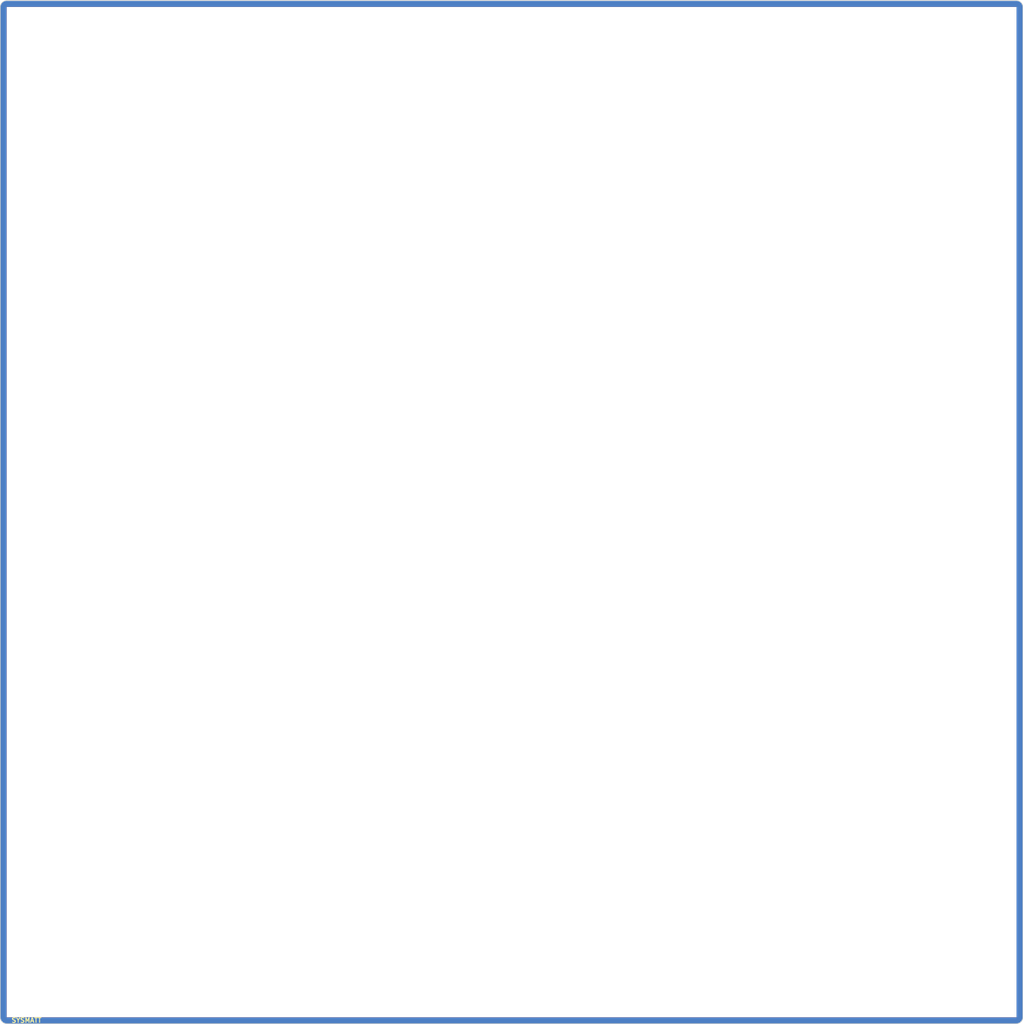
<source format=kicad_pcb>
(kicad_pcb (version 20221018) (generator pcbnew)

  (general
    (thickness 1.6)
  )

  (paper "A4")
  (layers
    (0 "F.Cu" signal)
    (31 "B.Cu" signal)
    (32 "B.Adhes" user "B.Adhesive")
    (33 "F.Adhes" user "F.Adhesive")
    (34 "B.Paste" user)
    (35 "F.Paste" user)
    (36 "B.SilkS" user "B.Silkscreen")
    (37 "F.SilkS" user "F.Silkscreen")
    (38 "B.Mask" user)
    (39 "F.Mask" user)
    (40 "Dwgs.User" user "User.Drawings")
    (41 "Cmts.User" user "User.Comments")
    (42 "Eco1.User" user "User.Eco1")
    (43 "Eco2.User" user "User.Eco2")
    (44 "Edge.Cuts" user)
    (45 "Margin" user)
    (46 "B.CrtYd" user "B.Courtyard")
    (47 "F.CrtYd" user "F.Courtyard")
    (48 "B.Fab" user)
    (49 "F.Fab" user)
    (50 "User.1" user)
    (51 "User.2" user)
    (52 "User.3" user)
    (53 "User.4" user)
    (54 "User.5" user)
    (55 "User.6" user)
    (56 "User.7" user)
    (57 "User.8" user)
    (58 "User.9" user)
  )

  (setup
    (pad_to_mask_clearance 0)
    (pcbplotparams
      (layerselection 0x00010fc_ffffffff)
      (plot_on_all_layers_selection 0x0000000_00000000)
      (disableapertmacros false)
      (usegerberextensions true)
      (usegerberattributes false)
      (usegerberadvancedattributes false)
      (creategerberjobfile false)
      (dashed_line_dash_ratio 12.000000)
      (dashed_line_gap_ratio 3.000000)
      (svgprecision 4)
      (plotframeref false)
      (viasonmask false)
      (mode 1)
      (useauxorigin false)
      (hpglpennumber 1)
      (hpglpenspeed 20)
      (hpglpendiameter 15.000000)
      (dxfpolygonmode true)
      (dxfimperialunits true)
      (dxfusepcbnewfont true)
      (psnegative false)
      (psa4output false)
      (plotreference true)
      (plotvalue false)
      (plotinvisibletext false)
      (sketchpadsonfab false)
      (subtractmaskfromsilk false)
      (outputformat 1)
      (mirror false)
      (drillshape 0)
      (scaleselection 1)
      (outputdirectory "SYSMATT-WS2812-MATRIX-CARRIER-DIFFUSER")
    )
  )

  (net 0 "")

  (gr_rect (start 20 20) (end 180 180)
    (stroke (width 0.15) (type solid)) (fill solid) (layer "B.Mask") (tstamp 023a591f-b3df-4f0d-ac40-1d7b6f22b38a))
  (gr_rect (start 20 20) (end 180 180)
    (stroke (width 0.15) (type solid)) (fill solid) (layer "F.Mask") (tstamp 042027a6-a907-4478-aa1c-5f02b72e5a6f))
  (gr_line (start 180 180) (end 180 20)
    (stroke (width 0.1) (type default)) (layer "Cmts.User") (tstamp 308531b0-e615-47b9-8c34-41e21fcd3854))
  (gr_line (start 20 20) (end 20 180)
    (stroke (width 0.1) (type default)) (layer "Cmts.User") (tstamp 65f984e9-57a7-42b8-9885-e67b5029da2d))
  (gr_line (start 180 20) (end 20 20)
    (stroke (width 0.1) (type default)) (layer "Cmts.User") (tstamp a078f9d9-89b3-4872-8493-647774d1f5de))
  (gr_line (start 20 180) (end 180 180)
    (stroke (width 0.1) (type default)) (layer "Cmts.User") (tstamp fc0d1204-cfee-4a4a-8240-ca61c86f33fd))
  (gr_arc (start 19 20) (mid 19.292893 19.292893) (end 20 19)
    (stroke (width 0.1) (type default)) (layer "Edge.Cuts") (tstamp 01948e55-2da1-4d80-85ff-78988e2931e9))
  (gr_line (start 20 181) (end 180 181)
    (stroke (width 0.1) (type default)) (layer "Edge.Cuts") (tstamp 18ad200d-2399-4dbe-a534-ad75cdb2856d))
  (gr_arc (start 20 181) (mid 19.292893 180.707107) (end 19 180)
    (stroke (width 0.1) (type default)) (layer "Edge.Cuts") (tstamp 1ac26018-765b-4a0f-8b11-68a3db97f1ce))
  (gr_line (start 181 180) (end 181 20)
    (stroke (width 0.1) (type default)) (layer "Edge.Cuts") (tstamp 1f310c0c-8cfa-4bbb-b3fe-91f3dbe75dff))
  (gr_arc (start 180 19) (mid 180.707107 19.292893) (end 181 20)
    (stroke (width 0.1) (type default)) (layer "Edge.Cuts") (tstamp 982295da-eeae-4f41-9d9e-9c97b1b14dd7))
  (gr_arc (start 181 180) (mid 180.707107 180.707107) (end 180 181)
    (stroke (width 0.1) (type default)) (layer "Edge.Cuts") (tstamp b6c6b91f-617c-454b-97df-3408fcaa7642))
  (gr_line (start 180 19) (end 20 19)
    (stroke (width 0.1) (type default)) (layer "Edge.Cuts") (tstamp b8eab0e1-69be-416b-b529-6a2d3c905458))
  (gr_line (start 19 20) (end 19 180)
    (stroke (width 0.1) (type default)) (layer "Edge.Cuts") (tstamp d34ae0be-a35c-4156-a22e-24b25186807b))
  (gr_text "SYSMATT" (at 20.7 180.9) (layer "F.SilkS") (tstamp f93a03bf-2ac1-4aab-8ecf-bbace2246f1f)
    (effects (font (size 0.75 0.75) (thickness 0.15)) (justify left bottom))
  )

  (zone (net 0) (net_name "") (layers "F&B.Cu") (tstamp d1360e60-5d9d-4a98-886b-446272fc157d) (hatch edge 0.5)
    (connect_pads (clearance 0.5))
    (min_thickness 0.25) (filled_areas_thickness no)
    (fill yes (thermal_gap 0.5) (thermal_bridge_width 0.5) (island_removal_mode 1) (island_area_min 10))
    (polygon
      (pts
        (xy 19 18.9)
        (xy 181 19)
        (xy 181 181)
        (xy 19 181)
      )
    )
    (filled_polygon
      (layer "F.Cu")
      (island)
      (pts
        (xy 180.002695 19.000735)
        (xy 180.045519 19.004482)
        (xy 180.171771 19.016918)
        (xy 180.191685 19.020541)
        (xy 180.258349 19.038403)
        (xy 180.35157 19.066682)
        (xy 180.367971 19.072958)
        (xy 180.435411 19.104406)
        (xy 180.438375 19.105888)
        (xy 180.475969 19.125982)
        (xy 180.522327 19.150762)
        (xy 180.528667 19.154657)
        (xy 180.594828 19.200983)
        (xy 180.5986 19.203844)
        (xy 180.670808 19.263103)
        (xy 180.675309 19.267182)
        (xy 180.732815 19.324688)
        (xy 180.736895 19.32919)
        (xy 180.796154 19.401398)
        (xy 180.799015 19.40517)
        (xy 180.845341 19.471331)
        (xy 180.849236 19.477671)
        (xy 180.894101 19.561605)
        (xy 180.895614 19.564631)
        (xy 180.92704 19.632027)
        (xy 180.933319 19.648435)
        (xy 180.961601 19.741669)
        (xy 180.979454 19.808299)
        (xy 180.983082 19.828238)
        (xy 180.995523 19.954554)
        (xy 180.999264 19.997302)
        (xy 180.9995 20.00271)
        (xy 180.9995 179.997289)
        (xy 180.999264 180.002697)
        (xy 180.995523 180.045445)
        (xy 180.983082 180.17176)
        (xy 180.979454 180.191699)
        (xy 180.961601 180.25833)
        (xy 180.933318 180.351563)
        (xy 180.92704 180.367971)
        (xy 180.895614 180.435367)
        (xy 180.894101 180.438393)
        (xy 180.849236 180.522327)
        (xy 180.845341 180.528667)
        (xy 180.799015 180.594828)
        (xy 180.796154 180.5986)
        (xy 180.736895 180.670808)
        (xy 180.732806 180.67532)
        (xy 180.67532 180.732806)
        (xy 180.670808 180.736895)
        (xy 180.5986 180.796154)
        (xy 180.594828 180.799015)
        (xy 180.528667 180.845341)
        (xy 180.522327 180.849236)
        (xy 180.438393 180.894101)
        (xy 180.435367 180.895614)
        (xy 180.367971 180.92704)
        (xy 180.351563 180.933318)
        (xy 180.25833 180.961601)
        (xy 180.191699 180.979454)
        (xy 180.17176 180.983082)
        (xy 180.045445 180.995523)
        (xy 180.004789 180.99908)
        (xy 180.002696 180.999264)
        (xy 179.99729 180.9995)
        (xy 20.00271 180.9995)
        (xy 19.997303 180.999264)
        (xy 19.995015 180.999063)
        (xy 19.954554 180.995523)
        (xy 19.828238 180.983082)
        (xy 19.808299 180.979454)
        (xy 19.741669 180.961601)
        (xy 19.648435 180.933319)
        (xy 19.632027 180.92704)
        (xy 19.583433 180.904381)
        (xy 19.564618 180.895607)
        (xy 19.561605 180.894101)
        (xy 19.477671 180.849236)
        (xy 19.471331 180.845341)
        (xy 19.40517 180.799015)
        (xy 19.401398 180.796154)
        (xy 19.32919 180.736895)
        (xy 19.324688 180.732815)
        (xy 19.267182 180.675309)
        (xy 19.263103 180.670808)
        (xy 19.203844 180.5986)
        (xy 19.200983 180.594828)
        (xy 19.154657 180.528667)
        (xy 19.150762 180.522327)
        (xy 19.125982 180.475969)
        (xy 19.105888 180.438375)
        (xy 19.104406 180.435411)
        (xy 19.072958 180.367971)
        (xy 19.066682 180.35157)
        (xy 19.038398 180.25833)
        (xy 19.020541 180.191685)
        (xy 19.016918 180.171771)
        (xy 19.004482 180.045519)
        (xy 19.000735 180.002695)
        (xy 19.0005 179.997293)
        (xy 19.0005 20.002705)
        (xy 19.000618 20)
        (xy 20 20)
        (xy 20 180)
        (xy 180 180)
        (xy 180 20)
        (xy 20 20)
        (xy 19.000618 20)
        (xy 19.000736 19.997299)
        (xy 19.004476 19.954554)
        (xy 19.016918 19.828223)
        (xy 19.020542 19.808309)
        (xy 19.038402 19.741653)
        (xy 19.066683 19.648424)
        (xy 19.072953 19.632037)
        (xy 19.10442 19.564558)
        (xy 19.105872 19.561653)
        (xy 19.150764 19.477666)
        (xy 19.154657 19.471331)
        (xy 19.187837 19.423945)
        (xy 19.200994 19.405155)
        (xy 19.203827 19.40142)
        (xy 19.263122 19.329168)
        (xy 19.267162 19.32471)
        (xy 19.32471 19.267162)
        (xy 19.329168 19.263122)
        (xy 19.40142 19.203827)
        (xy 19.405155 19.200994)
        (xy 19.471334 19.154654)
        (xy 19.477666 19.150764)
        (xy 19.561653 19.105872)
        (xy 19.564558 19.10442)
        (xy 19.632037 19.072953)
        (xy 19.648424 19.066683)
        (xy 19.741653 19.038402)
        (xy 19.808309 19.020542)
        (xy 19.828223 19.016918)
        (xy 19.954542 19.004477)
        (xy 19.997305 19.000735)
        (xy 20.002706 19.0005)
        (xy 179.997293 19.0005)
      )
    )
    (filled_polygon
      (layer "B.Cu")
      (island)
      (pts
        (xy 180.002695 19.000735)
        (xy 180.045519 19.004482)
        (xy 180.171771 19.016918)
        (xy 180.191685 19.020541)
        (xy 180.258349 19.038403)
        (xy 180.35157 19.066682)
        (xy 180.367971 19.072958)
        (xy 180.435411 19.104406)
        (xy 180.438375 19.105888)
        (xy 180.475969 19.125982)
        (xy 180.522327 19.150762)
        (xy 180.528667 19.154657)
        (xy 180.594828 19.200983)
        (xy 180.5986 19.203844)
        (xy 180.670808 19.263103)
        (xy 180.675309 19.267182)
        (xy 180.732815 19.324688)
        (xy 180.736895 19.32919)
        (xy 180.796154 19.401398)
        (xy 180.799015 19.40517)
        (xy 180.845341 19.471331)
        (xy 180.849236 19.477671)
        (xy 180.894101 19.561605)
        (xy 180.895614 19.564631)
        (xy 180.92704 19.632027)
        (xy 180.933319 19.648435)
        (xy 180.961601 19.741669)
        (xy 180.979454 19.808299)
        (xy 180.983082 19.828238)
        (xy 180.995523 19.954554)
        (xy 180.999264 19.997302)
        (xy 180.9995 20.00271)
        (xy 180.9995 179.997289)
        (xy 180.999264 180.002697)
        (xy 180.995523 180.045445)
        (xy 180.983082 180.17176)
        (xy 180.979454 180.191699)
        (xy 180.961601 180.25833)
        (xy 180.933318 180.351563)
        (xy 180.92704 180.367971)
        (xy 180.895614 180.435367)
        (xy 180.894101 180.438393)
        (xy 180.849236 180.522327)
        (xy 180.845341 180.528667)
        (xy 180.799015 180.594828)
        (xy 180.796154 180.5986)
        (xy 180.736895 180.670808)
        (xy 180.732806 180.67532)
        (xy 180.67532 180.732806)
        (xy 180.670808 180.736895)
        (xy 180.5986 180.796154)
        (xy 180.594828 180.799015)
        (xy 180.528667 180.845341)
        (xy 180.522327 180.849236)
        (xy 180.438393 180.894101)
        (xy 180.435367 180.895614)
        (xy 180.367971 180.92704)
        (xy 180.351563 180.933318)
        (xy 180.25833 180.961601)
        (xy 180.191699 180.979454)
        (xy 180.17176 180.983082)
        (xy 180.045445 180.995523)
        (xy 180.004789 180.99908)
        (xy 180.002696 180.999264)
        (xy 179.99729 180.9995)
        (xy 20.00271 180.9995)
        (xy 19.997303 180.999264)
        (xy 19.995015 180.999063)
        (xy 19.954554 180.995523)
        (xy 19.828238 180.983082)
        (xy 19.808299 180.979454)
        (xy 19.741669 180.961601)
        (xy 19.648435 180.933319)
        (xy 19.632027 180.92704)
        (xy 19.583433 180.904381)
        (xy 19.564618 180.895607)
        (xy 19.561605 180.894101)
        (xy 19.477671 180.849236)
        (xy 19.471331 180.845341)
        (xy 19.40517 180.799015)
        (xy 19.401398 180.796154)
        (xy 19.32919 180.736895)
        (xy 19.324688 180.732815)
        (xy 19.267182 180.675309)
        (xy 19.263103 180.670808)
        (xy 19.203844 180.5986)
        (xy 19.200983 180.594828)
        (xy 19.154657 180.528667)
        (xy 19.150762 180.522327)
        (xy 19.125982 180.475969)
        (xy 19.105888 180.438375)
        (xy 19.104406 180.435411)
        (xy 19.072958 180.367971)
        (xy 19.066682 180.35157)
        (xy 19.038398 180.25833)
        (xy 19.020541 180.191685)
        (xy 19.016918 180.171771)
        (xy 19.004482 180.045519)
        (xy 19.000735 180.002695)
        (xy 19.0005 179.997293)
        (xy 19.0005 20.002705)
        (xy 19.000618 20)
        (xy 20 20)
        (xy 20 180)
        (xy 180 180)
        (xy 180 20)
        (xy 20 20)
        (xy 19.000618 20)
        (xy 19.000736 19.997299)
        (xy 19.004476 19.954554)
        (xy 19.016918 19.828223)
        (xy 19.020542 19.808309)
        (xy 19.038402 19.741653)
        (xy 19.066683 19.648424)
        (xy 19.072953 19.632037)
        (xy 19.10442 19.564558)
        (xy 19.105872 19.561653)
        (xy 19.150764 19.477666)
        (xy 19.154657 19.471331)
        (xy 19.187837 19.423945)
        (xy 19.200994 19.405155)
        (xy 19.203827 19.40142)
        (xy 19.263122 19.329168)
        (xy 19.267162 19.32471)
        (xy 19.32471 19.267162)
        (xy 19.329168 19.263122)
        (xy 19.40142 19.203827)
        (xy 19.405155 19.200994)
        (xy 19.471334 19.154654)
        (xy 19.477666 19.150764)
        (xy 19.561653 19.105872)
        (xy 19.564558 19.10442)
        (xy 19.632037 19.072953)
        (xy 19.648424 19.066683)
        (xy 19.741653 19.038402)
        (xy 19.808309 19.020542)
        (xy 19.828223 19.016918)
        (xy 19.954542 19.004477)
        (xy 19.997305 19.000735)
        (xy 20.002706 19.0005)
        (xy 179.997293 19.0005)
      )
    )
  )
  (zone (net 0) (net_name "") (layers "F&B.Cu" "*.Mask") (tstamp 706876fd-4b14-4619-a6ee-e87e4a99e163) (name "Keepout ") (hatch edge 0.5)
    (connect_pads (clearance 0))
    (min_thickness 0.25) (filled_areas_thickness no)
    (keepout (tracks not_allowed) (vias not_allowed) (pads not_allowed) (copperpour not_allowed) (footprints allowed))
    (fill (thermal_gap 0.5) (thermal_bridge_width 0.5))
    (polygon
      (pts
        (xy 20 20)
        (xy 180 20)
        (xy 180 180)
        (xy 20 180)
      )
    )
  )
)

</source>
